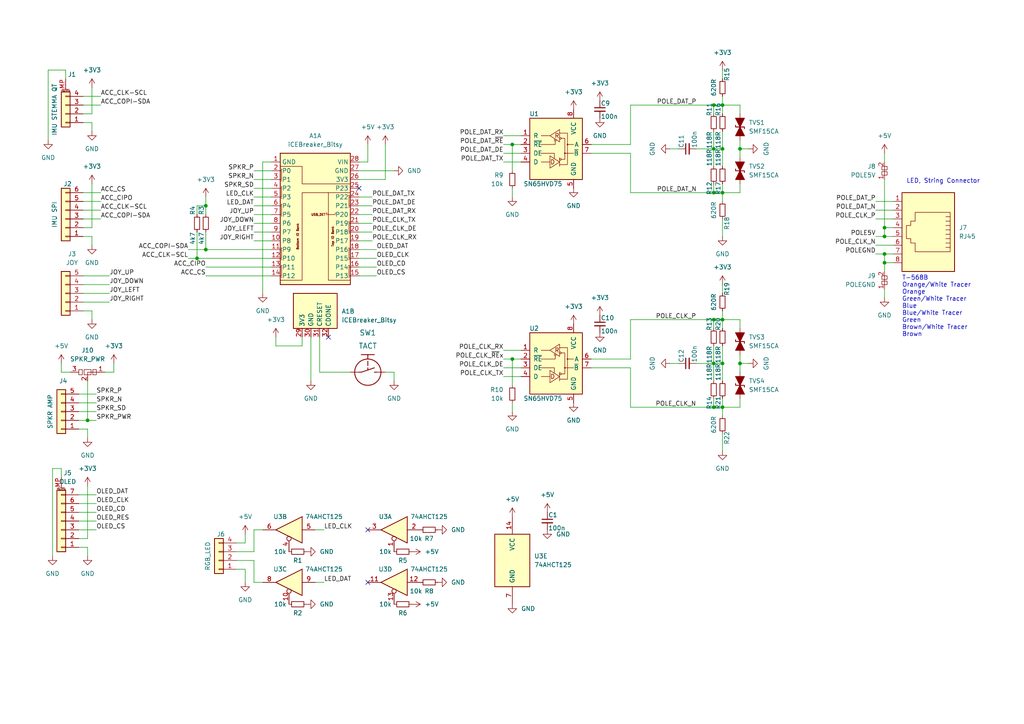
<source format=kicad_sch>
(kicad_sch (version 20210621) (generator eeschema)
  (paper "A4")
  (lib_symbols
    (symbol "74xx:74LVC125" (pin_names (offset 1.016))
      (property "Reference" "U" (at 0 1.27 0))
      (property "Value" "74LVC125" (at 0 -1.27 0))
      (symbol "74LVC125_1_0"
        (pin input inverted (at 0 -6.35 90) (length 4.445) (name "~") (number "1"))
        (pin input line (at -7.62 0 0) (length 3.81) (name "~") (number "2"))
        (pin tri_state line (at 7.62 0 180) (length 3.81) (name "~") (number "3"))
      )
      (symbol "74LVC125_2_0"
        (pin input inverted (at 0 -6.35 90) (length 4.445) (name "~") (number "4"))
        (pin input line (at -7.62 0 0) (length 3.81) (name "~") (number "5"))
        (pin tri_state line (at 7.62 0 180) (length 3.81) (name "~") (number "6"))
      )
      (symbol "74LVC125_3_0"
        (pin input inverted (at 0 -6.35 90) (length 4.445) (name "~") (number "10"))
        (pin tri_state line (at 7.62 0 180) (length 3.81) (name "~") (number "8"))
        (pin input line (at -7.62 0 0) (length 3.81) (name "~") (number "9"))
      )
      (symbol "74LVC125_4_0"
        (pin tri_state line (at 7.62 0 180) (length 3.81) (name "~") (number "11"))
        (pin input line (at -7.62 0 0) (length 3.81) (name "~") (number "12"))
        (pin input inverted (at 0 -6.35 90) (length 4.445) (name "~") (number "13"))
      )
      (symbol "74LVC125_5_0"
        (pin power_in line (at 0 12.7 270) (length 5.08) (name "VCC") (number "14"))
        (pin power_in line (at 0 -12.7 90) (length 5.08) (name "GND") (number "7"))
      )
    )
    (symbol "Connector:RJ45" (pin_names (offset 1.016))
      (property "Reference" "J" (at -5.08 13.97 0))
      (property "Value" "RJ45" (at 2.54 13.97 0))
      (symbol "RJ45_1_1"
        (pin passive line (at 10.16 -7.62 180) (length 2.54) (name "~") (number "1"))
        (pin passive line (at 10.16 -5.08 180) (length 2.54) (name "~") (number "2"))
        (pin passive line (at 10.16 -2.54 180) (length 2.54) (name "~") (number "3"))
        (pin passive line (at 10.16 0 180) (length 2.54) (name "~") (number "4"))
        (pin passive line (at 10.16 2.54 180) (length 2.54) (name "~") (number "5"))
        (pin passive line (at 10.16 5.08 180) (length 2.54) (name "~") (number "6"))
        (pin passive line (at 10.16 7.62 180) (length 2.54) (name "~") (number "7"))
        (pin passive line (at 10.16 10.16 180) (length 2.54) (name "~") (number "8"))
      )
    )
    (symbol "Connector_Generic:Conn_01x04" (pin_names (offset 1.016) hide)
      (property "Reference" "J" (at 0 5.08 0))
      (property "Value" "Conn_01x04" (at 0 -7.62 0))
      (symbol "Conn_01x04_1_1"
        (pin passive line (at -5.08 2.54 0) (length 3.81) (name "Pin_1") (number "1"))
        (pin passive line (at -5.08 0 0) (length 3.81) (name "Pin_2") (number "2"))
        (pin passive line (at -5.08 -2.54 0) (length 3.81) (name "Pin_3") (number "3"))
        (pin passive line (at -5.08 -5.08 0) (length 3.81) (name "Pin_4") (number "4"))
      )
    )
    (symbol "Connector_Generic:Conn_01x05" (pin_names (offset 1.016) hide)
      (property "Reference" "J" (at 0 7.62 0))
      (property "Value" "Conn_01x05" (at 0 -7.62 0))
      (symbol "Conn_01x05_1_1"
        (pin passive line (at -5.08 5.08 0) (length 3.81) (name "Pin_1") (number "1"))
        (pin passive line (at -5.08 2.54 0) (length 3.81) (name "Pin_2") (number "2"))
        (pin passive line (at -5.08 0 0) (length 3.81) (name "Pin_3") (number "3"))
        (pin passive line (at -5.08 -2.54 0) (length 3.81) (name "Pin_4") (number "4"))
        (pin passive line (at -5.08 -5.08 0) (length 3.81) (name "Pin_5") (number "5"))
      )
    )
    (symbol "Connector_Generic:Conn_01x06" (pin_names (offset 1.016) hide)
      (property "Reference" "J" (at 0 7.62 0))
      (property "Value" "Conn_01x06" (at 0 -10.16 0))
      (symbol "Conn_01x06_1_1"
        (pin passive line (at -5.08 5.08 0) (length 3.81) (name "Pin_1") (number "1"))
        (pin passive line (at -5.08 2.54 0) (length 3.81) (name "Pin_2") (number "2"))
        (pin passive line (at -5.08 0 0) (length 3.81) (name "Pin_3") (number "3"))
        (pin passive line (at -5.08 -2.54 0) (length 3.81) (name "Pin_4") (number "4"))
        (pin passive line (at -5.08 -5.08 0) (length 3.81) (name "Pin_5") (number "5"))
        (pin passive line (at -5.08 -7.62 0) (length 3.81) (name "Pin_6") (number "6"))
      )
    )
    (symbol "Connector_Generic_MountingPin:Conn_01x04_MountingPin" (pin_names (offset 1.016) hide)
      (property "Reference" "J" (at 0 5.08 0))
      (property "Value" "Conn_01x04_MountingPin" (at 1.27 -7.62 0))
      (symbol "Conn_01x04_MountingPin_1_1"
        (text "Mounting" (at 0 -6.731 0) (effects (font (size 0.381 0.381))))
        (pin passive line (at -5.08 2.54 0) (length 3.81) (name "Pin_1") (number "1"))
        (pin passive line (at -5.08 0 0) (length 3.81) (name "Pin_2") (number "2"))
        (pin passive line (at -5.08 -2.54 0) (length 3.81) (name "Pin_3") (number "3"))
        (pin passive line (at -5.08 -5.08 0) (length 3.81) (name "Pin_4") (number "4"))
        (pin passive line (at 0 -10.16 90) (length 3.048) (name "MountPin") (number "MP"))
      )
    )
    (symbol "Connector_Generic_MountingPin:Conn_01x07_MountingPin" (pin_names (offset 1.016) hide)
      (property "Reference" "J" (at 0 10.16 0))
      (property "Value" "Conn_01x07_MountingPin" (at 1.27 -10.16 0))
      (symbol "Conn_01x07_MountingPin_1_1"
        (text "Mounting" (at 0 -9.271 0) (effects (font (size 0.381 0.381))))
        (pin passive line (at -5.08 7.62 0) (length 3.81) (name "Pin_1") (number "1"))
        (pin passive line (at -5.08 5.08 0) (length 3.81) (name "Pin_2") (number "2"))
        (pin passive line (at -5.08 2.54 0) (length 3.81) (name "Pin_3") (number "3"))
        (pin passive line (at -5.08 0 0) (length 3.81) (name "Pin_4") (number "4"))
        (pin passive line (at -5.08 -2.54 0) (length 3.81) (name "Pin_5") (number "5"))
        (pin passive line (at -5.08 -5.08 0) (length 3.81) (name "Pin_6") (number "6"))
        (pin passive line (at -5.08 -7.62 0) (length 3.81) (name "Pin_7") (number "7"))
        (pin passive line (at 0 -12.7 90) (length 3.048) (name "MountPin") (number "MP"))
      )
    )
    (symbol "Device:D_TVS_Filled" (pin_numbers hide) (pin_names (offset 1.016) hide)
      (property "Reference" "D" (at 0 2.54 0))
      (property "Value" "D_TVS_Filled" (at 0 -2.54 0))
      (symbol "D_TVS_Filled_1_1"
        (pin passive line (at -3.81 0 0) (length 2.54) (name "A1") (number "1"))
        (pin passive line (at 3.81 0 180) (length 2.54) (name "A2") (number "2"))
      )
    )
    (symbol "SN65HVD75_1" (pin_names (offset 1.016))
      (property "Reference" "U" (at -6.35 -8.89 0))
      (property "Value" "SN65HVD75_1" (at -2.54 11.43 0))
      (symbol "SN65HVD75_1_1_1"
        (text "D" (at -1.016 -2.54 0) (effects (font (size 1.27 1.27))))
        (text "R" (at 0.254 5.08 0) (effects (font (size 1.27 1.27))))
        (pin output line (at -10.16 5.08 0) (length 2.54) (name "R") (number "1"))
        (pin input line (at -10.16 2.54 0) (length 2.54) (name "~{RE}") (number "2"))
        (pin input line (at -10.16 0 0) (length 2.54) (name "DE") (number "3"))
        (pin input line (at -10.16 -2.54 0) (length 2.54) (name "D") (number "4"))
        (pin power_in line (at 5.08 -10.16 90) (length 2.54) (name "GND") (number "5"))
        (pin input line (at 10.16 2.54 180) (length 2.54) (name "A") (number "6"))
        (pin input line (at 10.16 0 180) (length 2.54) (name "~{B}") (number "7"))
        (pin power_in line (at 5.08 12.7 270) (length 2.54) (name "VCC") (number "8"))
      )
    )
    (symbol "iCEBreaker_Bitsy_1"
      (property "Reference" "A" (at 0 21.59 0))
      (property "Value" "iCEBreaker_Bitsy_1" (at 0 19.05 0))
      (symbol "iCEBreaker_Bitsy_1_1_0"
        (text "Bottom IO Bank" (at -5.08 -6.35 900) (effects (font (size 0.635 0.635))))
        (text "Top IO Bank" (at 5.08 -6.35 900) (effects (font (size 0.635 0.635))))
        (text "USB_DET" (at 3.048 0 0) (effects (font (size 0.635 0.635)) (justify right)))
      )
      (symbol "iCEBreaker_Bitsy_1_1_1"
        (pin power_out line (at -12.7 15.24 0) (length 2.54) (name "GND") (number "1"))
        (pin bidirectional line (at -12.7 -7.62 0) (length 2.54) (name "P8") (number "10"))
        (pin bidirectional line (at -12.7 -10.16 0) (length 2.54) (name "P9") (number "11"))
        (pin bidirectional line (at -12.7 -12.7 0) (length 2.54) (name "P10") (number "12"))
        (pin bidirectional line (at -12.7 -15.24 0) (length 2.54) (name "P11") (number "13"))
        (pin bidirectional line (at -12.7 -17.78 0) (length 2.54) (name "P12") (number "14"))
        (pin bidirectional line (at 12.7 -17.78 180) (length 2.54) (name "P13") (number "15"))
        (pin bidirectional line (at 12.7 -15.24 180) (length 2.54) (name "P14") (number "16"))
        (pin bidirectional line (at 12.7 -12.7 180) (length 2.54) (name "P15") (number "17"))
        (pin bidirectional line (at 12.7 -10.16 180) (length 2.54) (name "P16") (number "18"))
        (pin bidirectional line (at 12.7 -7.62 180) (length 2.54) (name "P17") (number "19"))
        (pin bidirectional line (at -12.7 12.7 0) (length 2.54) (name "P0") (number "2"))
        (pin bidirectional line (at 12.7 -5.08 180) (length 2.54) (name "P18") (number "20"))
        (pin bidirectional line (at 12.7 -2.54 180) (length 2.54) (name "P19") (number "21"))
        (pin bidirectional line (at 12.7 0 180) (length 2.54) (name "P20") (number "22"))
        (pin bidirectional line (at 12.7 2.54 180) (length 2.54) (name "P21") (number "23"))
        (pin bidirectional line (at 12.7 5.08 180) (length 2.54) (name "P22") (number "24"))
        (pin bidirectional line (at 12.7 7.62 180) (length 2.54) (name "P23") (number "25"))
        (pin power_out line (at 12.7 10.16 180) (length 2.54) (name "3V3") (number "26"))
        (pin power_out line (at 12.7 12.7 180) (length 2.54) (name "GND") (number "27"))
        (pin power_in line (at 12.7 15.24 180) (length 2.54) (name "VIN") (number "28"))
        (pin bidirectional line (at -12.7 10.16 0) (length 2.54) (name "P1") (number "3"))
        (pin bidirectional line (at -12.7 7.62 0) (length 2.54) (name "P2") (number "4"))
        (pin bidirectional line (at -12.7 5.08 0) (length 2.54) (name "P3") (number "5"))
        (pin bidirectional line (at -12.7 2.54 0) (length 2.54) (name "P4") (number "6"))
        (pin bidirectional line (at -12.7 0 0) (length 2.54) (name "P5") (number "7"))
        (pin bidirectional line (at -12.7 -2.54 0) (length 2.54) (name "P6") (number "8"))
        (pin bidirectional line (at -12.7 -5.08 0) (length 2.54) (name "P7") (number "9"))
      )
      (symbol "iCEBreaker_Bitsy_1_2_1"
        (pin power_out line (at 7.62 -2.54 180) (length 2.54) (name "3V3") (number "29"))
        (pin power_out line (at 7.62 0 180) (length 2.54) (name "GND") (number "30"))
        (pin input line (at 7.62 2.54 180) (length 2.54) (name "CRESET") (number "31"))
        (pin output line (at 7.62 5.08 180) (length 2.54) (name "CDONE") (number "32"))
      )
      (symbol "iCEBreaker_Bitsy_1_3_1"
        (pin bidirectional line (at -7.62 -2.54 0) (length 2.54) (name "SPI_COPI") (number "33"))
        (pin bidirectional line (at -7.62 0 0) (length 2.54) (name "SPI_CIPO") (number "34"))
        (pin bidirectional line (at -7.62 2.54 0) (length 2.54) (name "SPI_SCK") (number "35"))
        (pin bidirectional line (at -7.62 5.08 0) (length 2.54) (name "SPI_CS") (number "36"))
      )
    )
    (symbol "pkl_device:pkl_C_Small" (pin_numbers hide) (pin_names (offset 0.254) hide)
      (property "Reference" "C" (at 0.254 1.778 0))
      (property "Value" "pkl_C_Small" (at 0.254 -2.032 0))
      (symbol "pkl_C_Small_1_1"
        (pin passive line (at 0 2.54 270) (length 1.905) (name "~") (number "1"))
        (pin passive line (at 0 -2.54 90) (length 2.032) (name "~") (number "2"))
      )
    )
    (symbol "pkl_device:pkl_R_Small" (pin_numbers hide) (pin_names (offset 0.254) hide)
      (property "Reference" "R" (at 0.762 0.508 0))
      (property "Value" "pkl_R_Small" (at 0.762 -1.016 0))
      (symbol "pkl_R_Small_1_1"
        (pin passive line (at 0 2.54 270) (length 0.762) (name "~") (number "1"))
        (pin passive line (at 0 -2.54 90) (length 0.762) (name "~") (number "2"))
      )
    )
    (symbol "pkl_misc:TACT" (pin_numbers hide) (pin_names (offset 1.016) hide)
      (property "Reference" "SW" (at 3.81 -1.905 0))
      (property "Value" "TACT" (at 3.81 1.905 0))
      (symbol "TACT_1_1"
        (pin passive line (at -5.08 0 0) (length 2.54) (name "~") (number "1"))
        (pin passive line (at 5.08 0 180) (length 2.54) (name "~") (number "2"))
      )
    )
    (symbol "pkl_misc:pkl_double_jumper_ncno" (pin_names (offset 1.016))
      (property "Reference" "J" (at 0 -2.54 0))
      (property "Value" "pkl_double_jumper_ncno" (at 0 -5.08 0))
      (symbol "pkl_double_jumper_ncno_1_1"
        (pin passive line (at -5.08 0 0) (length 2.54) (name "~") (number "1"))
        (pin passive line (at 0 2.54 270) (length 1.27) (name "~") (number "2"))
        (pin passive line (at 5.08 0 180) (length 2.54) (name "~") (number "3"))
      )
    )
    (symbol "pkl_misc:pkl_jumper_nc" (pin_names (offset 1.016))
      (property "Reference" "J" (at 0 -2.54 0))
      (property "Value" "pkl_jumper_nc" (at 0 3.81 0))
      (symbol "pkl_jumper_nc_1_1"
        (pin passive line (at -2.54 0 0) (length 1.27) (name "~") (number "1"))
        (pin passive line (at 2.54 0 180) (length 1.27) (name "~") (number "2"))
      )
    )
    (symbol "pkl_module:iCEBreaker_Bitsy"
      (property "Reference" "A" (at 0 21.59 0))
      (property "Value" "iCEBreaker_Bitsy" (at 0 19.05 0))
      (symbol "iCEBreaker_Bitsy_1_0"
        (text "Bottom IO Bank" (at -5.08 -6.35 900) (effects (font (size 0.635 0.635))))
        (text "Top IO Bank" (at 5.08 -6.35 900) (effects (font (size 0.635 0.635))))
        (text "USB_DET" (at 3.048 0 0) (effects (font (size 0.635 0.635)) (justify right)))
      )
      (symbol "iCEBreaker_Bitsy_1_1"
        (pin power_out line (at -12.7 15.24 0) (length 2.54) (name "GND") (number "1"))
        (pin bidirectional line (at -12.7 -7.62 0) (length 2.54) (name "P8") (number "10"))
        (pin bidirectional line (at -12.7 -10.16 0) (length 2.54) (name "P9") (number "11"))
        (pin bidirectional line (at -12.7 -12.7 0) (length 2.54) (name "P10") (number "12"))
        (pin bidirectional line (at -12.7 -15.24 0) (length 2.54) (name "P11") (number "13"))
        (pin bidirectional line (at -12.7 -17.78 0) (length 2.54) (name "P12") (number "14"))
        (pin bidirectional line (at 12.7 -17.78 180) (length 2.54) (name "P13") (number "15"))
        (pin bidirectional line (at 12.7 -15.24 180) (length 2.54) (name "P14") (number "16"))
        (pin bidirectional line (at 12.7 -12.7 180) (length 2.54) (name "P15") (number "17"))
        (pin bidirectional line (at 12.7 -10.16 180) (length 2.54) (name "P16") (number "18"))
        (pin bidirectional line (at 12.7 -7.62 180) (length 2.54) (name "P17") (number "19"))
        (pin bidirectional line (at -12.7 12.7 0) (length 2.54) (name "P0") (number "2"))
        (pin bidirectional line (at 12.7 -5.08 180) (length 2.54) (name "P18") (number "20"))
        (pin bidirectional line (at 12.7 -2.54 180) (length 2.54) (name "P19") (number "21"))
        (pin bidirectional line (at 12.7 0 180) (length 2.54) (name "P20") (number "22"))
        (pin bidirectional line (at 12.7 2.54 180) (length 2.54) (name "P21") (number "23"))
        (pin bidirectional line (at 12.7 5.08 180) (length 2.54) (name "P22") (number "24"))
        (pin bidirectional line (at 12.7 7.62 180) (length 2.54) (name "P23") (number "25"))
        (pin power_out line (at 12.7 10.16 180) (length 2.54) (name "3V3") (number "26"))
        (pin power_out line (at 12.7 12.7 180) (length 2.54) (name "GND") (number "27"))
        (pin power_in line (at 12.7 15.24 180) (length 2.54) (name "VIN") (number "28"))
        (pin bidirectional line (at -12.7 10.16 0) (length 2.54) (name "P1") (number "3"))
        (pin bidirectional line (at -12.7 7.62 0) (length 2.54) (name "P2") (number "4"))
        (pin bidirectional line (at -12.7 5.08 0) (length 2.54) (name "P3") (number "5"))
        (pin bidirectional line (at -12.7 2.54 0) (length 2.54) (name "P4") (number "6"))
        (pin bidirectional line (at -12.7 0 0) (length 2.54) (name "P5") (number "7"))
        (pin bidirectional line (at -12.7 -2.54 0) (length 2.54) (name "P6") (number "8"))
        (pin bidirectional line (at -12.7 -5.08 0) (length 2.54) (name "P7") (number "9"))
      )
      (symbol "iCEBreaker_Bitsy_2_1"
        (pin power_out line (at 7.62 -2.54 180) (length 2.54) (name "3V3") (number "29"))
        (pin power_out line (at 7.62 0 180) (length 2.54) (name "GND") (number "30"))
        (pin input line (at 7.62 2.54 180) (length 2.54) (name "CRESET") (number "31"))
        (pin output line (at 7.62 5.08 180) (length 2.54) (name "CDONE") (number "32"))
      )
      (symbol "iCEBreaker_Bitsy_3_1"
        (pin bidirectional line (at -7.62 -2.54 0) (length 2.54) (name "SPI_COPI") (number "33"))
        (pin bidirectional line (at -7.62 0 0) (length 2.54) (name "SPI_CIPO") (number "34"))
        (pin bidirectional line (at -7.62 2.54 0) (length 2.54) (name "SPI_SCK") (number "35"))
        (pin bidirectional line (at -7.62 5.08 0) (length 2.54) (name "SPI_CS") (number "36"))
      )
    )
    (symbol "pkl_texas:SN65HVD75" (pin_names (offset 1.016))
      (property "Reference" "U" (at -6.35 -8.89 0))
      (property "Value" "SN65HVD75" (at -2.54 11.43 0))
      (symbol "SN65HVD75_1_1"
        (text "D" (at -1.016 -2.54 0) (effects (font (size 1.27 1.27))))
        (text "R" (at 0.254 5.08 0) (effects (font (size 1.27 1.27))))
        (pin output line (at -10.16 5.08 0) (length 2.54) (name "R") (number "1"))
        (pin input line (at -10.16 2.54 0) (length 2.54) (name "~{RE}") (number "2"))
        (pin input line (at -10.16 0 0) (length 2.54) (name "DE") (number "3"))
        (pin input line (at -10.16 -2.54 0) (length 2.54) (name "D") (number "4"))
        (pin power_in line (at 5.08 -10.16 90) (length 2.54) (name "GND") (number "5"))
        (pin input line (at 10.16 2.54 180) (length 2.54) (name "A") (number "6"))
        (pin input line (at 10.16 0 180) (length 2.54) (name "~{B}") (number "7"))
        (pin power_in line (at 5.08 12.7 270) (length 2.54) (name "VCC") (number "8"))
      )
    )
    (symbol "power:+3V3" (power) (pin_names (offset 0))
      (property "Value" "+3V3" (at 0 3.556 0))
      (symbol "+3V3_1_1"
        (pin power_in line (at 0 0 90) (length 0) hide (name "+3V3") (number "1"))
      )
    )
    (symbol "power:+5V" (power) (pin_names (offset 0))
      (property "Value" "+5V" (at 0 3.556 0))
      (symbol "+5V_1_1"
        (pin power_in line (at 0 0 90) (length 0) hide (name "+5V") (number "1"))
      )
    )
    (symbol "power:GND" (power) (pin_names (offset 0))
      (property "Value" "GND" (at 0 -3.81 0))
      (symbol "GND_1_1"
        (pin power_in line (at 0 0 270) (length 0) hide (name "GND") (number "1"))
      )
    )
  )
  (junction (at 25.4 121.92))
  (junction (at 57.15 74.93))
  (junction (at 59.69 59.69))
  (junction (at 59.69 72.39))
  (junction (at 148.59 41.91))
  (junction (at 148.59 104.14))
  (junction (at 207.01 30.48))
  (junction (at 207.01 43.18))
  (junction (at 207.01 55.88))
  (junction (at 207.01 92.71))
  (junction (at 207.01 105.41))
  (junction (at 207.01 118.11))
  (junction (at 209.55 30.48))
  (junction (at 209.55 43.18))
  (junction (at 209.55 55.88))
  (junction (at 209.55 92.71))
  (junction (at 209.55 105.41))
  (junction (at 209.55 118.11))
  (junction (at 214.63 43.18))
  (junction (at 214.63 105.41))
  (junction (at 256.54 66.04))
  (junction (at 256.54 68.58))
  (junction (at 256.54 73.66))
  (junction (at 256.54 76.2))
  (no_connect (at 95.25 97.79))
  (no_connect (at 104.14 54.61))
  (no_connect (at 106.68 153.67))
  (no_connect (at 106.68 168.91))
  (wire (pts (xy 13.97 20.32) (xy 13.97 40.64)))
  (wire (pts (xy 15.24 135.89) (xy 15.24 161.29)))
  (wire (pts (xy 17.78 105.41) (xy 17.78 107.95)))
  (wire (pts (xy 17.78 135.89) (xy 15.24 135.89)))
  (wire (pts (xy 17.78 138.43) (xy 17.78 135.89)))
  (wire (pts (xy 19.05 20.32) (xy 13.97 20.32)))
  (wire (pts (xy 19.05 22.86) (xy 19.05 20.32)))
  (wire (pts (xy 20.32 107.95) (xy 17.78 107.95)))
  (wire (pts (xy 22.86 114.3) (xy 27.94 114.3)))
  (wire (pts (xy 22.86 116.84) (xy 27.94 116.84)))
  (wire (pts (xy 22.86 119.38) (xy 27.94 119.38)))
  (wire (pts (xy 22.86 121.92) (xy 25.4 121.92)))
  (wire (pts (xy 22.86 124.46) (xy 25.4 124.46)))
  (wire (pts (xy 22.86 143.51) (xy 27.94 143.51)))
  (wire (pts (xy 22.86 146.05) (xy 27.94 146.05)))
  (wire (pts (xy 22.86 148.59) (xy 27.94 148.59)))
  (wire (pts (xy 22.86 151.13) (xy 27.94 151.13)))
  (wire (pts (xy 22.86 153.67) (xy 27.94 153.67)))
  (wire (pts (xy 22.86 156.21) (xy 25.4 156.21)))
  (wire (pts (xy 22.86 158.75) (xy 25.4 158.75)))
  (wire (pts (xy 24.13 27.94) (xy 29.21 27.94)))
  (wire (pts (xy 24.13 30.48) (xy 29.21 30.48)))
  (wire (pts (xy 24.13 33.02) (xy 26.67 33.02)))
  (wire (pts (xy 24.13 35.56) (xy 26.67 35.56)))
  (wire (pts (xy 24.13 55.88) (xy 29.21 55.88)))
  (wire (pts (xy 24.13 58.42) (xy 29.21 58.42)))
  (wire (pts (xy 24.13 60.96) (xy 29.21 60.96)))
  (wire (pts (xy 24.13 63.5) (xy 29.21 63.5)))
  (wire (pts (xy 24.13 66.04) (xy 26.67 66.04)))
  (wire (pts (xy 24.13 68.58) (xy 26.67 68.58)))
  (wire (pts (xy 24.13 80.01) (xy 31.75 80.01)))
  (wire (pts (xy 24.13 82.55) (xy 31.75 82.55)))
  (wire (pts (xy 24.13 85.09) (xy 31.75 85.09)))
  (wire (pts (xy 24.13 87.63) (xy 31.75 87.63)))
  (wire (pts (xy 24.13 90.17) (xy 26.67 90.17)))
  (wire (pts (xy 25.4 110.49) (xy 25.4 121.92)))
  (wire (pts (xy 25.4 121.92) (xy 27.94 121.92)))
  (wire (pts (xy 25.4 124.46) (xy 25.4 127)))
  (wire (pts (xy 25.4 140.97) (xy 25.4 156.21)))
  (wire (pts (xy 25.4 158.75) (xy 25.4 161.29)))
  (wire (pts (xy 26.67 25.4) (xy 26.67 33.02)))
  (wire (pts (xy 26.67 35.56) (xy 26.67 38.1)))
  (wire (pts (xy 26.67 53.34) (xy 26.67 66.04)))
  (wire (pts (xy 26.67 68.58) (xy 26.67 71.12)))
  (wire (pts (xy 26.67 90.17) (xy 26.67 92.71)))
  (wire (pts (xy 30.48 107.95) (xy 33.02 107.95)))
  (wire (pts (xy 33.02 105.41) (xy 33.02 107.95)))
  (wire (pts (xy 54.61 72.39) (xy 59.69 72.39)))
  (wire (pts (xy 54.61 74.93) (xy 57.15 74.93)))
  (wire (pts (xy 57.15 59.69) (xy 59.69 59.69)))
  (wire (pts (xy 57.15 62.23) (xy 57.15 59.69)))
  (wire (pts (xy 57.15 67.31) (xy 57.15 74.93)))
  (wire (pts (xy 57.15 74.93) (xy 78.74 74.93)))
  (wire (pts (xy 59.69 57.15) (xy 59.69 59.69)))
  (wire (pts (xy 59.69 59.69) (xy 59.69 62.23)))
  (wire (pts (xy 59.69 67.31) (xy 59.69 72.39)))
  (wire (pts (xy 59.69 72.39) (xy 78.74 72.39)))
  (wire (pts (xy 59.69 77.47) (xy 78.74 77.47)))
  (wire (pts (xy 59.69 80.01) (xy 78.74 80.01)))
  (wire (pts (xy 68.58 157.48) (xy 71.12 157.48)))
  (wire (pts (xy 68.58 160.02) (xy 73.66 160.02)))
  (wire (pts (xy 68.58 165.1) (xy 71.12 165.1)))
  (wire (pts (xy 71.12 154.94) (xy 71.12 157.48)))
  (wire (pts (xy 71.12 165.1) (xy 71.12 168.91)))
  (wire (pts (xy 73.66 49.53) (xy 78.74 49.53)))
  (wire (pts (xy 73.66 52.07) (xy 78.74 52.07)))
  (wire (pts (xy 73.66 54.61) (xy 78.74 54.61)))
  (wire (pts (xy 73.66 57.15) (xy 78.74 57.15)))
  (wire (pts (xy 73.66 59.69) (xy 78.74 59.69)))
  (wire (pts (xy 73.66 62.23) (xy 78.74 62.23)))
  (wire (pts (xy 73.66 64.77) (xy 78.74 64.77)))
  (wire (pts (xy 73.66 67.31) (xy 78.74 67.31)))
  (wire (pts (xy 73.66 69.85) (xy 78.74 69.85)))
  (wire (pts (xy 73.66 153.67) (xy 73.66 160.02)))
  (wire (pts (xy 73.66 162.56) (xy 68.58 162.56)))
  (wire (pts (xy 73.66 168.91) (xy 73.66 162.56)))
  (wire (pts (xy 73.66 168.91) (xy 76.2 168.91)))
  (wire (pts (xy 76.2 46.99) (xy 76.2 85.09)))
  (wire (pts (xy 76.2 153.67) (xy 73.66 153.67)))
  (wire (pts (xy 78.74 46.99) (xy 76.2 46.99)))
  (wire (pts (xy 80.01 97.79) (xy 80.01 100.33)))
  (wire (pts (xy 87.63 97.79) (xy 87.63 100.33)))
  (wire (pts (xy 87.63 100.33) (xy 80.01 100.33)))
  (wire (pts (xy 90.17 97.79) (xy 90.17 110.49)))
  (wire (pts (xy 92.71 97.79) (xy 92.71 107.95)))
  (wire (pts (xy 92.71 107.95) (xy 101.6 107.95)))
  (wire (pts (xy 93.98 153.67) (xy 91.44 153.67)))
  (wire (pts (xy 93.98 168.91) (xy 91.44 168.91)))
  (wire (pts (xy 104.14 46.99) (xy 106.68 46.99)))
  (wire (pts (xy 104.14 52.07) (xy 111.76 52.07)))
  (wire (pts (xy 104.14 57.15) (xy 107.95 57.15)))
  (wire (pts (xy 104.14 59.69) (xy 107.95 59.69)))
  (wire (pts (xy 104.14 62.23) (xy 107.95 62.23)))
  (wire (pts (xy 104.14 64.77) (xy 107.95 64.77)))
  (wire (pts (xy 104.14 67.31) (xy 107.95 67.31)))
  (wire (pts (xy 104.14 69.85) (xy 107.95 69.85)))
  (wire (pts (xy 106.68 41.91) (xy 106.68 46.99)))
  (wire (pts (xy 109.22 72.39) (xy 104.14 72.39)))
  (wire (pts (xy 109.22 74.93) (xy 104.14 74.93)))
  (wire (pts (xy 109.22 77.47) (xy 104.14 77.47)))
  (wire (pts (xy 109.22 80.01) (xy 104.14 80.01)))
  (wire (pts (xy 111.76 41.91) (xy 111.76 52.07)))
  (wire (pts (xy 111.76 107.95) (xy 114.3 107.95)))
  (wire (pts (xy 114.3 49.53) (xy 104.14 49.53)))
  (wire (pts (xy 114.3 107.95) (xy 114.3 110.49)))
  (wire (pts (xy 146.05 39.37) (xy 151.13 39.37)))
  (wire (pts (xy 146.05 41.91) (xy 148.59 41.91)))
  (wire (pts (xy 146.05 44.45) (xy 151.13 44.45)))
  (wire (pts (xy 146.05 46.99) (xy 151.13 46.99)))
  (wire (pts (xy 146.05 101.6) (xy 151.13 101.6)))
  (wire (pts (xy 146.05 104.14) (xy 148.59 104.14)))
  (wire (pts (xy 146.05 106.68) (xy 151.13 106.68)))
  (wire (pts (xy 146.05 109.22) (xy 151.13 109.22)))
  (wire (pts (xy 148.59 41.91) (xy 148.59 49.53)))
  (wire (pts (xy 148.59 41.91) (xy 151.13 41.91)))
  (wire (pts (xy 148.59 54.61) (xy 148.59 57.15)))
  (wire (pts (xy 148.59 104.14) (xy 148.59 111.76)))
  (wire (pts (xy 148.59 104.14) (xy 151.13 104.14)))
  (wire (pts (xy 148.59 116.84) (xy 148.59 119.38)))
  (wire (pts (xy 171.45 41.91) (xy 182.88 41.91)))
  (wire (pts (xy 171.45 44.45) (xy 182.88 44.45)))
  (wire (pts (xy 171.45 104.14) (xy 182.88 104.14)))
  (wire (pts (xy 171.45 106.68) (xy 182.88 106.68)))
  (wire (pts (xy 182.88 30.48) (xy 207.01 30.48)))
  (wire (pts (xy 182.88 41.91) (xy 182.88 30.48)))
  (wire (pts (xy 182.88 44.45) (xy 182.88 55.88)))
  (wire (pts (xy 182.88 55.88) (xy 207.01 55.88)))
  (wire (pts (xy 182.88 92.71) (xy 207.01 92.71)))
  (wire (pts (xy 182.88 104.14) (xy 182.88 92.71)))
  (wire (pts (xy 182.88 106.68) (xy 182.88 118.11)))
  (wire (pts (xy 182.88 118.11) (xy 207.01 118.11)))
  (wire (pts (xy 196.85 43.18) (xy 194.31 43.18)))
  (wire (pts (xy 196.85 105.41) (xy 194.31 105.41)))
  (wire (pts (xy 201.93 43.18) (xy 207.01 43.18)))
  (wire (pts (xy 201.93 105.41) (xy 207.01 105.41)))
  (wire (pts (xy 207.01 33.02) (xy 207.01 30.48)))
  (wire (pts (xy 207.01 38.1) (xy 207.01 43.18)))
  (wire (pts (xy 207.01 43.18) (xy 207.01 48.26)))
  (wire (pts (xy 207.01 43.18) (xy 209.55 43.18)))
  (wire (pts (xy 207.01 53.34) (xy 207.01 55.88)))
  (wire (pts (xy 207.01 95.25) (xy 207.01 92.71)))
  (wire (pts (xy 207.01 100.33) (xy 207.01 105.41)))
  (wire (pts (xy 207.01 105.41) (xy 207.01 110.49)))
  (wire (pts (xy 207.01 105.41) (xy 209.55 105.41)))
  (wire (pts (xy 207.01 115.57) (xy 207.01 118.11)))
  (wire (pts (xy 209.55 20.32) (xy 209.55 22.86)))
  (wire (pts (xy 209.55 27.94) (xy 209.55 30.48)))
  (wire (pts (xy 209.55 30.48) (xy 207.01 30.48)))
  (wire (pts (xy 209.55 33.02) (xy 209.55 30.48)))
  (wire (pts (xy 209.55 38.1) (xy 209.55 43.18)))
  (wire (pts (xy 209.55 43.18) (xy 209.55 48.26)))
  (wire (pts (xy 209.55 53.34) (xy 209.55 55.88)))
  (wire (pts (xy 209.55 55.88) (xy 207.01 55.88)))
  (wire (pts (xy 209.55 55.88) (xy 209.55 58.42)))
  (wire (pts (xy 209.55 63.5) (xy 209.55 68.58)))
  (wire (pts (xy 209.55 82.55) (xy 209.55 85.09)))
  (wire (pts (xy 209.55 90.17) (xy 209.55 92.71)))
  (wire (pts (xy 209.55 92.71) (xy 207.01 92.71)))
  (wire (pts (xy 209.55 95.25) (xy 209.55 92.71)))
  (wire (pts (xy 209.55 100.33) (xy 209.55 105.41)))
  (wire (pts (xy 209.55 105.41) (xy 209.55 110.49)))
  (wire (pts (xy 209.55 115.57) (xy 209.55 118.11)))
  (wire (pts (xy 209.55 118.11) (xy 207.01 118.11)))
  (wire (pts (xy 209.55 118.11) (xy 209.55 120.65)))
  (wire (pts (xy 209.55 125.73) (xy 209.55 130.81)))
  (wire (pts (xy 214.63 30.48) (xy 209.55 30.48)))
  (wire (pts (xy 214.63 33.02) (xy 214.63 30.48)))
  (wire (pts (xy 214.63 40.64) (xy 214.63 43.18)))
  (wire (pts (xy 214.63 43.18) (xy 214.63 45.72)))
  (wire (pts (xy 214.63 43.18) (xy 217.17 43.18)))
  (wire (pts (xy 214.63 53.34) (xy 214.63 55.88)))
  (wire (pts (xy 214.63 55.88) (xy 209.55 55.88)))
  (wire (pts (xy 214.63 92.71) (xy 209.55 92.71)))
  (wire (pts (xy 214.63 95.25) (xy 214.63 92.71)))
  (wire (pts (xy 214.63 102.87) (xy 214.63 105.41)))
  (wire (pts (xy 214.63 105.41) (xy 214.63 107.95)))
  (wire (pts (xy 214.63 105.41) (xy 217.17 105.41)))
  (wire (pts (xy 214.63 115.57) (xy 214.63 118.11)))
  (wire (pts (xy 214.63 118.11) (xy 209.55 118.11)))
  (wire (pts (xy 254 58.42) (xy 259.08 58.42)))
  (wire (pts (xy 254 60.96) (xy 259.08 60.96)))
  (wire (pts (xy 254 63.5) (xy 259.08 63.5)))
  (wire (pts (xy 254 68.58) (xy 256.54 68.58)))
  (wire (pts (xy 254 71.12) (xy 259.08 71.12)))
  (wire (pts (xy 254 73.66) (xy 256.54 73.66)))
  (wire (pts (xy 256.54 44.45) (xy 256.54 46.99)))
  (wire (pts (xy 256.54 52.07) (xy 256.54 66.04)))
  (wire (pts (xy 256.54 66.04) (xy 259.08 66.04)))
  (wire (pts (xy 256.54 68.58) (xy 256.54 66.04)))
  (wire (pts (xy 256.54 68.58) (xy 259.08 68.58)))
  (wire (pts (xy 256.54 73.66) (xy 256.54 76.2)))
  (wire (pts (xy 256.54 73.66) (xy 259.08 73.66)))
  (wire (pts (xy 256.54 76.2) (xy 256.54 78.74)))
  (wire (pts (xy 256.54 76.2) (xy 259.08 76.2)))
  (wire (pts (xy 256.54 83.82) (xy 256.54 86.36)))
  (text "T-568B\nOrange/White Tracer\nOrange\nGreen/White Tracer\nBlue\nBlue/White Tracer\nGreen\nBrown/White Tracer\nBrown" (at 261.62 97.79 0) (effects (font (size 1.27 1.27)) (justify left bottom)))
  (text "LED, String Connector" (at 262.89 53.34 0) (effects (font (size 1.27 1.27)) (justify left bottom)))
  (label "SPKR_P" (at 27.94 114.3 0))
  (label "SPKR_N" (at 27.94 116.84 0))
  (label "SPKR_SD" (at 27.94 119.38 0))
  (label "SPKR_PWR" (at 27.94 121.92 0))
  (label "OLED_DAT" (at 27.94 143.51 0))
  (label "OLED_CLK" (at 27.94 146.05 0))
  (label "OLED_CD" (at 27.94 148.59 0))
  (label "OLED_RES" (at 27.94 151.13 0))
  (label "OLED_CS" (at 27.94 153.67 0))
  (label "ACC_CLK-SCL" (at 29.21 27.94 0))
  (label "ACC_COPI-SDA" (at 29.21 30.48 0))
  (label "ACC_CS" (at 29.21 55.88 0))
  (label "ACC_CIPO" (at 29.21 58.42 0))
  (label "ACC_CLK-SCL" (at 29.21 60.96 0))
  (label "ACC_COPI-SDA" (at 29.21 63.5 0))
  (label "JOY_UP" (at 31.75 80.01 0))
  (label "JOY_DOWN" (at 31.75 82.55 0))
  (label "JOY_LEFT" (at 31.75 85.09 0))
  (label "JOY_RIGHT" (at 31.75 87.63 0))
  (label "ACC_COPI-SDA" (at 54.61 72.39 180))
  (label "ACC_CLK-SCL" (at 54.61 74.93 180))
  (label "ACC_CIPO" (at 59.69 77.47 180))
  (label "ACC_CS" (at 59.69 80.01 180))
  (label "SPKR_P" (at 73.66 49.53 180))
  (label "SPKR_N" (at 73.66 52.07 180))
  (label "SPKR_SD" (at 73.66 54.61 180))
  (label "LED_CLK" (at 73.66 57.15 180))
  (label "LED_DAT" (at 73.66 59.69 180))
  (label "JOY_UP" (at 73.66 62.23 180))
  (label "JOY_DOWN" (at 73.66 64.77 180))
  (label "JOY_LEFT" (at 73.66 67.31 180))
  (label "JOY_RIGHT" (at 73.66 69.85 180))
  (label "LED_CLK" (at 93.98 153.67 0))
  (label "LED_DAT" (at 93.98 168.91 0))
  (label "POLE_DAT_TX" (at 107.95 57.15 0))
  (label "POLE_DAT_DE" (at 107.95 59.69 0))
  (label "POLE_DAT_RX" (at 107.95 62.23 0))
  (label "POLE_CLK_TX" (at 107.95 64.77 0))
  (label "POLE_CLK_DE" (at 107.95 67.31 0))
  (label "POLE_CLK_RX" (at 107.95 69.85 0))
  (label "OLED_DAT" (at 109.22 72.39 0))
  (label "OLED_CLK" (at 109.22 74.93 0))
  (label "OLED_CD" (at 109.22 77.47 0))
  (label "OLED_CS" (at 109.22 80.01 0))
  (label "POLE_DAT_RX" (at 146.05 39.37 180))
  (label "POLE_DAT_~{RE}" (at 146.05 41.91 180))
  (label "POLE_DAT_DE" (at 146.05 44.45 180))
  (label "POLE_DAT_TX" (at 146.05 46.99 180))
  (label "POLE_CLK_RX" (at 146.05 101.6 180))
  (label "POLE_CLK_~{RE}x" (at 146.05 104.14 180))
  (label "POLE_CLK_DE" (at 146.05 106.68 180))
  (label "POLE_CLK_TX" (at 146.05 109.22 180))
  (label "POLE_DAT_P" (at 190.5 30.48 0))
  (label "POLE_DAT_N" (at 190.5 55.88 0))
  (label "POLE_CLK_P" (at 201.93 92.71 180))
  (label "POLE_CLK_N" (at 201.93 118.11 180))
  (label "POLE_DAT_P" (at 254 58.42 180))
  (label "POLE_DAT_N" (at 254 60.96 180))
  (label "POLE_CLK_P" (at 254 63.5 180))
  (label "POLE5V" (at 254 68.58 180))
  (label "POLE_CLK_N" (at 254 71.12 180))
  (label "POLEGND" (at 254 73.66 180))
  (symbol (lib_id "power:+5V") (at 17.78 105.41 0) (unit 1)
    (property "Reference" "#PWR0149" (effects hide))
    (property "Value" "+5V" (at 17.78 100.33 0))
  )
  (symbol (lib_id "power:+3V3") (at 25.4 140.97 0) (unit 1)
    (property "Reference" "#PWR0109" (effects hide))
    (property "Value" "+3V3" (at 25.4 135.89 0))
  )
  (symbol (lib_id "power:+3V3") (at 26.67 25.4 0) (unit 1)
    (property "Reference" "#PWR0126" (effects hide))
    (property "Value" "+3V3" (at 26.67 20.32 0))
  )
  (symbol (lib_id "power:+3V3") (at 26.67 53.34 0) (unit 1)
    (property "Reference" "#PWR0129" (effects hide))
    (property "Value" "+3V3" (at 26.67 48.26 0))
  )
  (symbol (lib_id "power:+3V3") (at 33.02 105.41 0) (unit 1)
    (property "Reference" "#PWR0118" (effects hide))
    (property "Value" "+3V3" (at 33.02 100.33 0))
  )
  (symbol (lib_id "power:+3V3") (at 59.69 57.15 0) (unit 1)
    (property "Reference" "#PWR0120" (effects hide))
    (property "Value" "+3V3" (at 59.69 52.07 0))
  )
  (symbol (lib_id "power:+5V") (at 71.12 154.94 0) (unit 1)
    (property "Reference" "#PWR0122" (effects hide))
    (property "Value" "+5V" (at 71.12 149.86 0))
  )
  (symbol (lib_id "power:+3V3") (at 80.01 97.79 0) (unit 1)
    (property "Reference" "#PWR0150" (effects hide))
    (property "Value" "+3V3" (at 80.01 92.71 0))
  )
  (symbol (lib_id "power:+5V") (at 106.68 41.91 0) (unit 1)
    (property "Reference" "#PWR0125" (effects hide))
    (property "Value" "+5V" (at 106.68 36.83 0))
  )
  (symbol (lib_id "power:+3V3") (at 111.76 41.91 0) (unit 1)
    (property "Reference" "#PWR0112" (effects hide))
    (property "Value" "+3V3" (at 111.76 36.83 0))
  )
  (symbol (lib_id "power:+5V") (at 119.38 160.02 270) (unit 1)
    (property "Reference" "#PWR0132" (effects hide))
    (property "Value" "+5V" (at 123.19 160.0199 90) (effects (justify left)))
  )
  (symbol (lib_id "power:+5V") (at 119.38 175.26 270) (unit 1)
    (property "Reference" "#PWR0144" (effects hide))
    (property "Value" "+5V" (at 123.19 175.2599 90) (effects (justify left)))
  )
  (symbol (lib_id "power:+5V") (at 148.59 149.86 0) (unit 1)
    (property "Reference" "#PWR0148" (effects hide))
    (property "Value" "+5V" (at 148.59 144.78 0))
  )
  (symbol (lib_id "power:+5V") (at 158.75 148.59 0) (unit 1)
    (property "Reference" "#PWR0151" (effects hide))
    (property "Value" "+5V" (at 158.75 143.51 0))
  )
  (symbol (lib_id "power:+3V3") (at 166.37 31.75 0) (unit 1)
    (property "Reference" "#PWR0113" (effects hide))
    (property "Value" "+3V3" (at 166.37 26.67 0))
  )
  (symbol (lib_id "power:+3V3") (at 166.37 93.98 0) (unit 1)
    (property "Reference" "#PWR0106" (effects hide))
    (property "Value" "+3V3" (at 166.37 88.9 0))
  )
  (symbol (lib_id "power:+3V3") (at 173.99 29.21 0) (unit 1)
    (property "Reference" "#PWR0137" (effects hide))
    (property "Value" "+3V3" (at 173.99 24.13 0))
  )
  (symbol (lib_id "power:+3V3") (at 173.99 91.44 0) (unit 1)
    (property "Reference" "#PWR0101" (effects hide))
    (property "Value" "+3V3" (at 173.99 86.36 0))
  )
  (symbol (lib_id "power:+3V3") (at 209.55 20.32 0) (unit 1)
    (property "Reference" "#PWR0139" (effects hide))
    (property "Value" "+3V3" (at 209.55 15.24 0))
  )
  (symbol (lib_id "power:+3V3") (at 209.55 82.55 0) (unit 1)
    (property "Reference" "#PWR0116" (effects hide))
    (property "Value" "+3V3" (at 209.55 77.47 0))
  )
  (symbol (lib_id "power:+5V") (at 256.54 44.45 0) (unit 1)
    (property "Reference" "#PWR0107" (effects hide))
    (property "Value" "+5V" (at 256.54 39.37 0))
  )
  (symbol (lib_id "power:GND") (at 13.97 40.64 0) (unit 1)
    (property "Reference" "#PWR0135" (effects hide))
    (property "Value" "GND" (at 13.97 45.72 0))
  )
  (symbol (lib_id "power:GND") (at 15.24 161.29 0) (unit 1)
    (property "Reference" "#PWR0121" (effects hide))
    (property "Value" "GND" (at 15.24 166.37 0))
  )
  (symbol (lib_id "power:GND") (at 25.4 127 0) (unit 1)
    (property "Reference" "#PWR0119" (effects hide))
    (property "Value" "GND" (at 25.4 132.08 0))
  )
  (symbol (lib_id "power:GND") (at 25.4 161.29 0) (unit 1)
    (property "Reference" "#PWR0114" (effects hide))
    (property "Value" "GND" (at 25.4 166.37 0))
  )
  (symbol (lib_id "power:GND") (at 26.67 38.1 0) (unit 1)
    (property "Reference" "#PWR0130" (effects hide))
    (property "Value" "GND" (at 26.67 43.18 0))
  )
  (symbol (lib_id "power:GND") (at 26.67 71.12 0) (unit 1)
    (property "Reference" "#PWR0127" (effects hide))
    (property "Value" "GND" (at 26.67 76.2 0))
  )
  (symbol (lib_id "power:GND") (at 26.67 92.71 0) (unit 1)
    (property "Reference" "#PWR0128" (effects hide))
    (property "Value" "GND" (at 26.67 97.79 0))
  )
  (symbol (lib_id "power:GND") (at 71.12 168.91 0) (unit 1)
    (property "Reference" "#PWR0123" (effects hide))
    (property "Value" "GND" (at 71.12 173.99 0))
  )
  (symbol (lib_id "power:GND") (at 76.2 85.09 0) (unit 1)
    (property "Reference" "#PWR0110" (effects hide))
    (property "Value" "GND" (at 76.2 90.17 0))
  )
  (symbol (lib_id "power:GND") (at 88.9 160.02 90) (unit 1)
    (property "Reference" "#PWR0131" (effects hide))
    (property "Value" "GND" (at 92.71 160.0199 90) (effects (justify right)))
  )
  (symbol (lib_id "power:GND") (at 88.9 175.26 90) (unit 1)
    (property "Reference" "#PWR0124" (effects hide))
    (property "Value" "GND" (at 92.71 175.2599 90) (effects (justify right)))
  )
  (symbol (lib_id "power:GND") (at 90.17 110.49 0) (unit 1)
    (property "Reference" "#PWR0103" (effects hide))
    (property "Value" "GND" (at 90.17 115.57 0))
  )
  (symbol (lib_id "power:GND") (at 114.3 49.53 90) (unit 1)
    (property "Reference" "#PWR0111" (effects hide))
    (property "Value" "GND" (at 118.11 49.5299 90) (effects (justify right)))
  )
  (symbol (lib_id "power:GND") (at 114.3 110.49 0) (unit 1)
    (property "Reference" "#PWR0102" (effects hide))
    (property "Value" "GND" (at 114.3 115.57 0))
  )
  (symbol (lib_id "power:GND") (at 127 153.67 90) (unit 1)
    (property "Reference" "#PWR0145" (effects hide))
    (property "Value" "GND" (at 130.81 153.6699 90) (effects (justify right)))
  )
  (symbol (lib_id "power:GND") (at 127 168.91 90) (unit 1)
    (property "Reference" "#PWR0146" (effects hide))
    (property "Value" "GND" (at 130.81 168.9099 90) (effects (justify right)))
  )
  (symbol (lib_id "power:GND") (at 148.59 57.15 0) (unit 1)
    (property "Reference" "#PWR0133" (effects hide))
    (property "Value" "GND" (at 148.59 62.23 0))
  )
  (symbol (lib_id "power:GND") (at 148.59 119.38 0) (unit 1)
    (property "Reference" "#PWR0134" (effects hide))
    (property "Value" "GND" (at 148.59 124.46 0))
  )
  (symbol (lib_id "power:GND") (at 148.59 175.26 0) (unit 1)
    (property "Reference" "#PWR0147" (effects hide))
    (property "Value" "GND" (at 151.13 176.5299 0) (effects (justify left)))
  )
  (symbol (lib_id "power:GND") (at 158.75 153.67 0) (unit 1)
    (property "Reference" "#PWR0152" (effects hide))
    (property "Value" "GND" (at 161.29 154.9399 0) (effects (justify left)))
  )
  (symbol (lib_id "power:GND") (at 166.37 54.61 0) (unit 1)
    (property "Reference" "#PWR0105" (effects hide))
    (property "Value" "GND" (at 166.37 59.69 0))
  )
  (symbol (lib_id "power:GND") (at 166.37 116.84 0) (unit 1)
    (property "Reference" "#PWR0104" (effects hide))
    (property "Value" "GND" (at 166.37 121.92 0))
  )
  (symbol (lib_id "power:GND") (at 173.99 34.29 0) (unit 1)
    (property "Reference" "#PWR0136" (effects hide))
    (property "Value" "GND" (at 173.99 39.37 0))
  )
  (symbol (lib_id "power:GND") (at 173.99 96.52 0) (unit 1)
    (property "Reference" "#PWR0115" (effects hide))
    (property "Value" "GND" (at 173.99 101.6 0))
  )
  (symbol (lib_id "power:GND") (at 194.31 43.18 270) (unit 1)
    (property "Reference" "#PWR0138" (effects hide))
    (property "Value" "GND" (at 189.23 43.18 0))
  )
  (symbol (lib_id "power:GND") (at 194.31 105.41 270) (unit 1)
    (property "Reference" "#PWR0142" (effects hide))
    (property "Value" "GND" (at 189.23 105.41 0))
  )
  (symbol (lib_id "power:GND") (at 209.55 68.58 0) (unit 1)
    (property "Reference" "#PWR0143" (effects hide))
    (property "Value" "GND" (at 209.55 73.66 0))
  )
  (symbol (lib_id "power:GND") (at 209.55 130.81 0) (unit 1)
    (property "Reference" "#PWR0117" (effects hide))
    (property "Value" "GND" (at 209.55 135.89 0))
  )
  (symbol (lib_id "power:GND") (at 217.17 43.18 90) (unit 1)
    (property "Reference" "#PWR0140" (effects hide))
    (property "Value" "GND" (at 222.25 43.18 0))
  )
  (symbol (lib_id "power:GND") (at 217.17 105.41 90) (unit 1)
    (property "Reference" "#PWR0141" (effects hide))
    (property "Value" "GND" (at 222.25 105.41 0))
  )
  (symbol (lib_id "power:GND") (at 256.54 86.36 0) (unit 1)
    (property "Reference" "#PWR0108" (effects hide))
    (property "Value" "GND" (at 256.54 91.44 0))
  )
  (symbol (lib_id "pkl_misc:pkl_jumper_nc") (at 256.54 49.53 90) (unit 1)
    (property "Reference" "J8" (at 254 48.2599 90) (effects (justify left)))
    (property "Value" "POLE5V" (at 254 50.7999 90) (effects (justify left)))
    (property "Footprint" "pkl_jumpers:J_NC_0603_40" (effects hide))
  )
  (symbol (lib_id "pkl_misc:pkl_jumper_nc") (at 256.54 81.28 90) (unit 1)
    (property "Reference" "J9" (at 254 80.0099 90) (effects (justify left)))
    (property "Value" "POLEGND" (at 254 82.5499 90) (effects (justify left)))
    (property "Footprint" "pkl_jumpers:J_NC_0603_40" (effects hide))
  )
  (symbol (lib_id "pkl_device:pkl_R_Small") (at 57.15 64.77 0) (unit 1)
    (property "Reference" "R4" (at 55.88 59.6899 90) (effects (justify right)))
    (property "Value" "4k7" (at 55.88 67.3099 90) (effects (justify right)))
    (property "Footprint" "pkl_dipol:R_0402" (effects hide))
  )
  (symbol (lib_id "pkl_device:pkl_R_Small") (at 59.69 64.77 0) (unit 1)
    (property "Reference" "R3" (at 58.42 59.6899 90) (effects (justify right)))
    (property "Value" "4k7" (at 58.42 67.3099 90) (effects (justify right)))
    (property "Footprint" "pkl_dipol:R_0402" (effects hide))
  )
  (symbol (lib_id "pkl_device:pkl_R_Small") (at 86.36 160.02 90) (unit 1)
    (property "Reference" "R1" (at 86.36 162.56 90))
    (property "Value" "10k" (at 81.28 160.02 90))
    (property "Footprint" "pkl_dipol:R_0402" (effects hide))
  )
  (symbol (lib_id "pkl_device:pkl_R_Small") (at 86.36 175.26 90) (unit 1)
    (property "Reference" "R2" (at 86.36 177.8 90))
    (property "Value" "10k" (at 81.28 175.26 90))
    (property "Footprint" "pkl_dipol:R_0402" (effects hide))
  )
  (symbol (lib_id "pkl_device:pkl_R_Small") (at 116.84 160.02 90) (unit 1)
    (property "Reference" "R5" (at 116.84 162.56 90))
    (property "Value" "10k" (at 111.76 160.02 90))
    (property "Footprint" "pkl_dipol:R_0402" (effects hide))
  )
  (symbol (lib_id "pkl_device:pkl_R_Small") (at 116.84 175.26 90) (unit 1)
    (property "Reference" "R6" (at 116.84 177.8 90))
    (property "Value" "10k" (at 111.76 175.26 90))
    (property "Footprint" "pkl_dipol:R_0402" (effects hide))
  )
  (symbol (lib_id "pkl_device:pkl_R_Small") (at 124.46 153.67 90) (unit 1)
    (property "Reference" "R7" (at 124.46 156.21 90))
    (property "Value" "10k" (at 120.65 156.21 90))
    (property "Footprint" "pkl_dipol:R_0402" (effects hide))
  )
  (symbol (lib_id "pkl_device:pkl_R_Small") (at 124.46 168.91 90) (unit 1)
    (property "Reference" "R8" (at 124.46 171.45 90))
    (property "Value" "10k" (at 120.65 171.45 90))
    (property "Footprint" "pkl_dipol:R_0402" (effects hide))
  )
  (symbol (lib_id "pkl_device:pkl_R_Small") (at 148.59 52.07 0) (unit 1)
    (property "Reference" "R9" (at 146.05 50.7999 0) (effects (justify right)))
    (property "Value" "10k" (at 146.05 53.3399 0) (effects (justify right)))
    (property "Footprint" "pkl_dipol:R_0402" (effects hide))
  )
  (symbol (lib_id "pkl_device:pkl_R_Small") (at 148.59 114.3 0) (unit 1)
    (property "Reference" "R10" (at 146.05 113.0299 0) (effects (justify right)))
    (property "Value" "10k" (at 146.05 115.5699 0) (effects (justify right)))
    (property "Footprint" "pkl_dipol:R_0402" (effects hide))
  )
  (symbol (lib_id "pkl_device:pkl_R_Small") (at 207.01 35.56 0) (unit 1)
    (property "Reference" "R11" (at 205.74 31.75 90))
    (property "Value" "118R" (at 205.74 40.64 90))
    (property "Footprint" "pkl_dipol:R_0402" (effects hide))
  )
  (symbol (lib_id "pkl_device:pkl_R_Small") (at 207.01 50.8 0) (mirror x) (unit 1)
    (property "Reference" "R12" (at 205.74 54.61 90))
    (property "Value" "118R" (at 205.74 45.72 90))
    (property "Footprint" "pkl_dipol:R_0402" (effects hide))
  )
  (symbol (lib_id "pkl_device:pkl_R_Small") (at 207.01 97.79 0) (unit 1)
    (property "Reference" "R13" (at 205.74 93.98 90))
    (property "Value" "118R" (at 205.74 102.87 90))
    (property "Footprint" "pkl_dipol:R_0402" (effects hide))
  )
  (symbol (lib_id "pkl_device:pkl_R_Small") (at 207.01 113.03 0) (mirror x) (unit 1)
    (property "Reference" "R14" (at 205.74 116.84 90))
    (property "Value" "118R" (at 205.74 107.95 90))
    (property "Footprint" "pkl_dipol:R_0402" (effects hide))
  )
  (symbol (lib_id "pkl_device:pkl_R_Small") (at 209.55 25.4 0) (unit 1)
    (property "Reference" "R15" (at 210.82 21.59 90))
    (property "Value" "620R" (at 207.01 25.4 90))
    (property "Footprint" "pkl_dipol:R_0402" (effects hide))
  )
  (symbol (lib_id "pkl_device:pkl_R_Small") (at 209.55 35.56 0) (unit 1)
    (property "Reference" "R16" (at 208.28 31.75 90))
    (property "Value" "118R" (at 208.28 40.64 90))
    (property "Footprint" "pkl_dipol:R_0402" (effects hide))
  )
  (symbol (lib_id "pkl_device:pkl_R_Small") (at 209.55 50.8 0) (mirror x) (unit 1)
    (property "Reference" "R17" (at 208.28 54.61 90))
    (property "Value" "118R" (at 208.28 45.72 90))
    (property "Footprint" "pkl_dipol:R_0402" (effects hide))
  )
  (symbol (lib_id "pkl_device:pkl_R_Small") (at 209.55 60.96 0) (unit 1)
    (property "Reference" "R18" (at 210.82 64.77 90))
    (property "Value" "620R" (at 207.01 60.96 90))
    (property "Footprint" "pkl_dipol:R_0402" (effects hide))
  )
  (symbol (lib_id "pkl_device:pkl_R_Small") (at 209.55 87.63 0) (unit 1)
    (property "Reference" "R19" (at 210.82 83.82 90))
    (property "Value" "620R" (at 207.01 87.63 90))
    (property "Footprint" "pkl_dipol:R_0402" (effects hide))
  )
  (symbol (lib_id "pkl_device:pkl_R_Small") (at 209.55 97.79 0) (unit 1)
    (property "Reference" "R20" (at 208.28 93.98 90))
    (property "Value" "118R" (at 208.28 102.87 90))
    (property "Footprint" "pkl_dipol:R_0402" (effects hide))
  )
  (symbol (lib_id "pkl_device:pkl_R_Small") (at 209.55 113.03 0) (mirror x) (unit 1)
    (property "Reference" "R21" (at 208.28 116.84 90))
    (property "Value" "118R" (at 208.28 107.95 90))
    (property "Footprint" "pkl_dipol:R_0402" (effects hide))
  )
  (symbol (lib_id "pkl_device:pkl_R_Small") (at 209.55 123.19 0) (unit 1)
    (property "Reference" "R22" (at 210.82 127 90))
    (property "Value" "620R" (at 207.01 123.19 90))
    (property "Footprint" "pkl_dipol:R_0402" (effects hide))
  )
  (symbol (lib_id "pkl_device:pkl_C_Small") (at 158.75 151.13 0) (unit 1)
    (property "Reference" "C1" (at 159.004 149.352 0) (effects (justify left)))
    (property "Value" "100n" (at 159.004 153.162 0) (effects (justify left)))
    (property "Footprint" "pkl_dipol:C_0402" (effects hide))
    (property "Key" "cap-cer-0402-100n" (effects hide))
    (property "Package ID" "0402" (effects hide))
    (property "Source" "ANY" (effects hide))
  )
  (symbol (lib_id "pkl_device:pkl_C_Small") (at 173.99 31.75 0) (unit 1)
    (property "Reference" "C9" (at 174.244 29.972 0) (effects (justify left)))
    (property "Value" "100n" (at 174.244 33.782 0) (effects (justify left)))
    (property "Footprint" "pkl_dipol:C_0402" (effects hide))
    (property "Key" "cap-cer-0402-100n" (effects hide))
    (property "Package ID" "0402" (effects hide))
    (property "Source" "ANY" (effects hide))
  )
  (symbol (lib_id "pkl_device:pkl_C_Small") (at 173.99 93.98 0) (unit 1)
    (property "Reference" "C10" (at 174.244 92.202 0) (effects (justify left)))
    (property "Value" "100n" (at 174.244 96.012 0) (effects (justify left)))
    (property "Footprint" "pkl_dipol:C_0402" (effects hide))
    (property "Key" "cap-cer-0402-100n" (effects hide))
    (property "Package ID" "0402" (effects hide))
    (property "Source" "ANY" (effects hide))
  )
  (symbol (lib_id "pkl_device:pkl_C_Small") (at 199.39 43.18 90) (unit 1)
    (property "Reference" "C11" (at 197.612 42.926 0) (effects (justify left)))
    (property "Value" "100n" (at 201.422 42.926 0) (effects (justify left)))
    (property "Footprint" "pkl_dipol:C_0402" (effects hide))
    (property "Key" "cap-cer-0402-100n" (effects hide))
    (property "Package ID" "0402" (effects hide))
    (property "Source" "ANY" (effects hide))
  )
  (symbol (lib_id "pkl_device:pkl_C_Small") (at 199.39 105.41 90) (unit 1)
    (property "Reference" "C12" (at 197.612 105.156 0) (effects (justify left)))
    (property "Value" "100n" (at 201.422 105.156 0) (effects (justify left)))
    (property "Footprint" "pkl_dipol:C_0402" (effects hide))
    (property "Key" "cap-cer-0402-100n" (effects hide))
    (property "Package ID" "0402" (effects hide))
    (property "Source" "ANY" (effects hide))
  )
  (symbol (lib_id "Device:D_TVS_Filled") (at 214.63 36.83 90) (unit 1)
    (property "Reference" "TVS1" (at 217.17 35.5599 90) (effects (justify right)))
    (property "Value" "SMF15CA" (at 217.17 38.0999 90) (effects (justify right)))
    (property "Footprint" "pkl_dipol:D_SOD-123-TVS-BIDI" (effects hide))
  )
  (symbol (lib_id "Device:D_TVS_Filled") (at 214.63 49.53 90) (unit 1)
    (property "Reference" "TVS2" (at 217.17 48.2599 90) (effects (justify right)))
    (property "Value" "SMF15CA" (at 217.17 50.7999 90) (effects (justify right)))
    (property "Footprint" "pkl_dipol:D_SOD-123-TVS-BIDI" (effects hide))
  )
  (symbol (lib_id "Device:D_TVS_Filled") (at 214.63 99.06 90) (unit 1)
    (property "Reference" "TVS3" (at 217.17 97.7899 90) (effects (justify right)))
    (property "Value" "SMF15CA" (at 217.17 100.3299 90) (effects (justify right)))
    (property "Footprint" "pkl_dipol:D_SOD-123-TVS-BIDI" (effects hide))
  )
  (symbol (lib_id "Device:D_TVS_Filled") (at 214.63 111.76 90) (unit 1)
    (property "Reference" "TVS4" (at 217.17 110.4899 90) (effects (justify right)))
    (property "Value" "SMF15CA" (at 217.17 113.0299 90) (effects (justify right)))
    (property "Footprint" "pkl_dipol:D_SOD-123-TVS-BIDI" (effects hide))
  )
  (symbol (lib_id "pkl_misc:pkl_double_jumper_ncno") (at 25.4 107.95 180) (unit 1)
    (property "Reference" "J10" (at 25.4 101.6 0))
    (property "Value" "SPKR_PWR" (at 25.4 104.14 0))
    (property "Footprint" "pkl_jumpers:J_NCNO_0903_30" (effects hide))
  )
  (symbol (lib_id "Connector_Generic:Conn_01x04") (at 63.5 162.56 180) (unit 1)
    (property "Reference" "J6" (at 64.0715 154.94 0))
    (property "Value" "RGB_LED" (at 60.2615 161.29 90))
    (property "Footprint" "Connector_PinHeader_2.54mm:PinHeader_1x04_P2.54mm_Vertical" (effects hide))
  )
  (symbol (lib_id "Connector_Generic:Conn_01x05") (at 17.78 119.38 180) (unit 1)
    (property "Reference" "J4" (at 18.3515 110.49 0))
    (property "Value" "SPKR AMP" (at 14.5415 119.38 90))
    (property "Footprint" "Connector_PinHeader_2.54mm:PinHeader_1x05_P2.54mm_Vertical" (effects hide))
  )
  (symbol (lib_id "Connector_Generic:Conn_01x05") (at 19.05 85.09 180) (unit 1)
    (property "Reference" "J3" (at 20.8915 73.66 0))
    (property "Value" "JOY" (at 20.8915 76.2 0))
    (property "Footprint" "Connector_PinHeader_2.54mm:PinHeader_1x05_P2.54mm_Vertical" (effects hide))
  )
  (symbol (lib_id "Connector_Generic_MountingPin:Conn_01x04_MountingPin") (at 19.05 33.02 180) (unit 1)
    (property "Reference" "J1" (at 20.8915 21.59 0))
    (property "Value" "IMU STEMMA QT" (at 15.8115 31.75 90))
    (property "Footprint" "Connector_JST:JST_SH_SM04B-SRSS-TB_1x04-1MP_P1.00mm_Horizontal" (effects hide))
  )
  (symbol (lib_id "pkl_misc:TACT") (at 106.68 107.95 0) (unit 1)
    (property "Reference" "SW1" (at 106.68 96.52 0) (effects (font (size 1.524 1.524))))
    (property "Value" "TACT" (at 106.68 100.33 0) (effects (font (size 1.524 1.524))))
    (property "Footprint" "pkl_buttons_switches:SW_SPST_3x4x2.5" (effects hide))
  )
  (symbol (lib_id "Connector_Generic:Conn_01x06") (at 19.05 63.5 180) (unit 1)
    (property "Reference" "J2" (at 19.6215 53.34 0))
    (property "Value" "IMU SPI" (at 15.8115 62.23 90))
    (property "Footprint" "Connector_PinHeader_2.54mm:PinHeader_1x06_P2.54mm_Vertical" (effects hide))
  )
  (symbol (lib_id "Connector_Generic_MountingPin:Conn_01x07_MountingPin") (at 17.78 151.13 180) (unit 1)
    (property "Reference" "J5" (at 19.6215 137.16 0))
    (property "Value" "OLED" (at 19.6215 139.7 0))
    (property "Footprint" "Connector_Molex:Molex_PicoBlade_53261-0771_1x07-1MP_P1.25mm_Horizontal" (effects hide))
  )
  (symbol (lib_id "74xx:74LVC125") (at 83.82 153.67 0) (mirror y) (unit 2)
    (property "Reference" "U3" (at 81.28 149.86 0))
    (property "Value" "74AHCT125" (at 93.98 149.86 0))
    (property "Footprint" "Package_SO:TSSOP-14_4.4x5mm_P0.65mm" (effects hide))
    (property "Datasheet" "http://www.ti.com/lit/gpn/sn74LVC125" (effects hide))
  )
  (symbol (lib_id "74xx:74LVC125") (at 83.82 168.91 0) (mirror y) (unit 3)
    (property "Reference" "U3" (at 81.28 165.1 0))
    (property "Value" "74AHCT125" (at 93.98 165.1 0))
    (property "Footprint" "Package_SO:TSSOP-14_4.4x5mm_P0.65mm" (effects hide))
    (property "Datasheet" "http://www.ti.com/lit/gpn/sn74LVC125" (effects hide))
  )
  (symbol (lib_id "74xx:74LVC125") (at 114.3 153.67 0) (mirror y) (unit 1)
    (property "Reference" "U3" (at 111.76 149.86 0))
    (property "Value" "74AHCT125" (at 124.46 149.86 0))
    (property "Footprint" "Package_SO:TSSOP-14_4.4x5mm_P0.65mm" (effects hide))
    (property "Datasheet" "http://www.ti.com/lit/gpn/sn74LVC125" (effects hide))
  )
  (symbol (lib_id "74xx:74LVC125") (at 114.3 168.91 0) (mirror y) (unit 4)
    (property "Reference" "U3" (at 111.76 165.1 0))
    (property "Value" "74AHCT125" (at 124.46 165.1 0))
    (property "Footprint" "Package_SO:TSSOP-14_4.4x5mm_P0.65mm" (effects hide))
    (property "Datasheet" "http://www.ti.com/lit/gpn/sn74LVC125" (effects hide))
  )
  (symbol (lib_name "iCEBreaker_Bitsy_1") (lib_id "pkl_module:iCEBreaker_Bitsy") (at 90.17 90.17 270) (unit 2)
    (property "Reference" "A1" (at 99.06 90.2969 90) (effects (justify left)))
    (property "Value" "iCEBreaker_Bitsy" (at 99.06 92.8369 90) (effects (justify left)))
    (property "Footprint" "pkl_module:iCEBreaker_Bitsy" (effects hide))
    (property "Datasheet" "https://docs.icebreaker-fpga.org" (effects hide))
  )
  (symbol (lib_id "74xx:74LVC125") (at 148.59 162.56 0) (mirror y) (unit 5)
    (property "Reference" "U3" (at 154.94 161.2899 0) (effects (justify right)))
    (property "Value" "74AHCT125" (at 154.94 163.8299 0) (effects (justify right)))
    (property "Footprint" "Package_SO:TSSOP-14_4.4x5mm_P0.65mm" (effects hide))
    (property "Datasheet" "http://www.ti.com/lit/gpn/sn74LVC125" (effects hide))
  )
  (symbol (lib_id "Connector:RJ45") (at 269.24 66.04 180) (unit 1)
    (property "Reference" "J7" (at 278.13 66.0399 0) (effects (justify right)))
    (property "Value" "RJ45" (at 278.13 68.5799 0) (effects (justify right)))
    (property "Footprint" "pkl_amphenol:AMPHENOL_RJHSE5080" (effects hide))
  )
  (symbol (lib_id "pkl_texas:SN65HVD75") (at 161.29 44.45 0) (unit 1)
    (property "Reference" "U1" (at 154.94 33.02 0))
    (property "Value" "SN65HVD75" (at 157.48 53.34 0))
    (property "Footprint" "pkl_housings_soic:SOIC-8_5x4mm_Pitch1.27mm" (effects hide))
  )
  (symbol (lib_name "SN65HVD75_1") (lib_id "pkl_texas:SN65HVD75") (at 161.29 106.68 0) (unit 1)
    (property "Reference" "U2" (at 154.94 95.25 0))
    (property "Value" "SN65HVD75" (at 157.48 115.57 0))
    (property "Footprint" "pkl_housings_soic:SOIC-8_5x4mm_Pitch1.27mm" (effects hide))
  )
  (symbol (lib_id "pkl_module:iCEBreaker_Bitsy") (at 91.44 62.23 0) (unit 1)
    (property "Reference" "A1" (at 91.44 39.37 0))
    (property "Value" "iCEBreaker_Bitsy" (at 91.44 41.91 0))
    (property "Footprint" "pkl_module:iCEBreaker_Bitsy" (effects hide))
    (property "Datasheet" "https://docs.icebreaker-fpga.org" (effects hide))
  )
)
</source>
